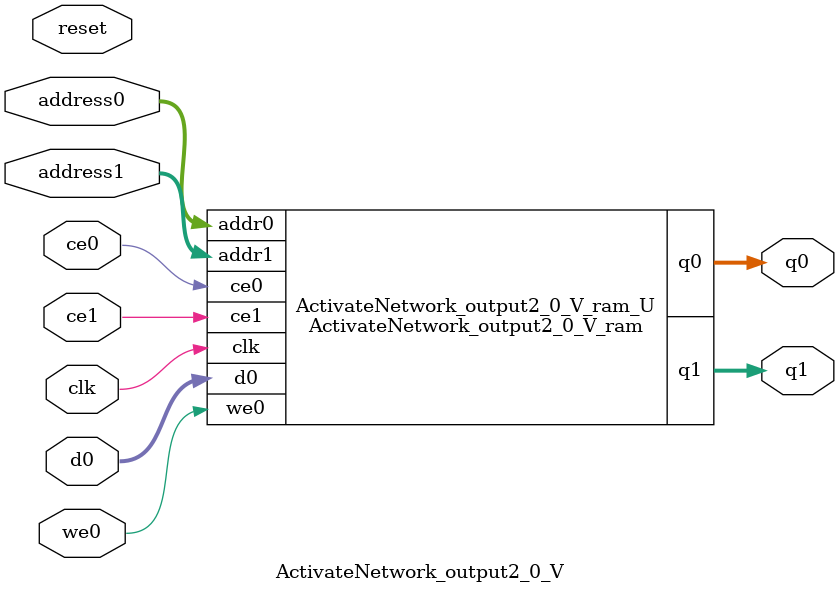
<source format=v>
`timescale 1 ns / 1 ps
module ActivateNetwork_output2_0_V_ram (addr0, ce0, d0, we0, q0, addr1, ce1, q1,  clk);

parameter DWIDTH = 9;
parameter AWIDTH = 7;
parameter MEM_SIZE = 90;

input[AWIDTH-1:0] addr0;
input ce0;
input[DWIDTH-1:0] d0;
input we0;
output reg[DWIDTH-1:0] q0;
input[AWIDTH-1:0] addr1;
input ce1;
output reg[DWIDTH-1:0] q1;
input clk;

(* ram_style = "distributed" *)reg [DWIDTH-1:0] ram[0:MEM_SIZE-1];




always @(posedge clk)  
begin 
    if (ce0) 
    begin
        if (we0) 
        begin 
            ram[addr0] <= d0; 
        end 
        q0 <= ram[addr0];
    end
end


always @(posedge clk)  
begin 
    if (ce1) 
    begin
        q1 <= ram[addr1];
    end
end


endmodule

`timescale 1 ns / 1 ps
module ActivateNetwork_output2_0_V(
    reset,
    clk,
    address0,
    ce0,
    we0,
    d0,
    q0,
    address1,
    ce1,
    q1);

parameter DataWidth = 32'd9;
parameter AddressRange = 32'd90;
parameter AddressWidth = 32'd7;
input reset;
input clk;
input[AddressWidth - 1:0] address0;
input ce0;
input we0;
input[DataWidth - 1:0] d0;
output[DataWidth - 1:0] q0;
input[AddressWidth - 1:0] address1;
input ce1;
output[DataWidth - 1:0] q1;



ActivateNetwork_output2_0_V_ram ActivateNetwork_output2_0_V_ram_U(
    .clk( clk ),
    .addr0( address0 ),
    .ce0( ce0 ),
    .we0( we0 ),
    .d0( d0 ),
    .q0( q0 ),
    .addr1( address1 ),
    .ce1( ce1 ),
    .q1( q1 ));

endmodule


</source>
